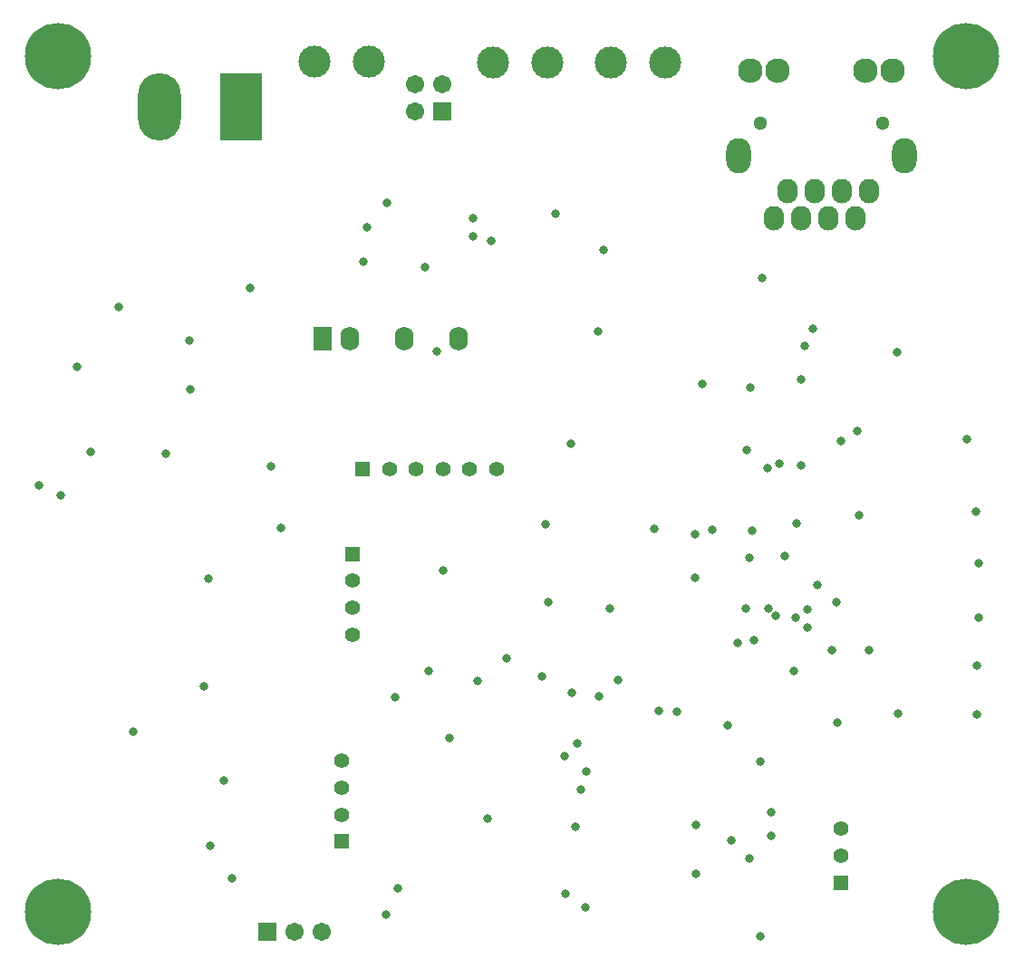
<source format=gbs>
G04*
G04 #@! TF.GenerationSoftware,Altium Limited,Altium Designer,23.0.1 (38)*
G04*
G04 Layer_Color=16711935*
%FSTAX44Y44*%
%MOMM*%
G71*
G04*
G04 #@! TF.SameCoordinates,F694FBC8-736E-493C-811D-9B4FADD6A984*
G04*
G04*
G04 #@! TF.FilePolarity,Negative*
G04*
G01*
G75*
%ADD83O,1.9000X2.3000*%
%ADD84C,2.3000*%
%ADD85O,2.3000X3.3000*%
%ADD86C,1.3000*%
%ADD87C,1.4000*%
%ADD88R,1.4000X1.4000*%
%ADD89R,4.0132X6.2992*%
%ADD90O,4.0132X6.2992*%
%ADD91C,2.9972*%
%ADD92C,1.7032*%
%ADD93R,1.7032X1.7032*%
%ADD94R,1.7272X2.2352*%
%ADD95O,1.7272X2.2352*%
%ADD96R,1.4000X1.4000*%
%ADD97C,6.2032*%
%ADD98C,0.8032*%
D83*
X008095Y007215D02*
D03*
X007841D02*
D03*
X007587D02*
D03*
X007333D02*
D03*
X007206Y006961D02*
D03*
X00746D02*
D03*
X007968D02*
D03*
X007714D02*
D03*
D84*
X0083125Y00834D02*
D03*
X0080585D02*
D03*
X0072415D02*
D03*
X0069875D02*
D03*
D85*
X0068755Y007545D02*
D03*
X0084245D02*
D03*
D86*
X0070785Y00785D02*
D03*
X0082215D02*
D03*
D87*
X00783Y00125D02*
D03*
Y001D02*
D03*
X004615Y0046175D02*
D03*
X004365D02*
D03*
X004115D02*
D03*
X003865D02*
D03*
X003615D02*
D03*
X0032725Y00357D02*
D03*
Y00332D02*
D03*
Y00307D02*
D03*
X0031675Y001385D02*
D03*
Y001635D02*
D03*
Y001885D02*
D03*
D88*
X00783Y00075D02*
D03*
X0032725Y00382D02*
D03*
X0031675Y001135D02*
D03*
D89*
X00222615Y008D02*
D03*
D90*
X00146415D02*
D03*
D91*
X002917Y0084275D02*
D03*
X003425D02*
D03*
X00568729Y00842D02*
D03*
X00619529D02*
D03*
X0050875D02*
D03*
X0045795D02*
D03*
D92*
X003856Y007956D02*
D03*
X00411Y00821D02*
D03*
X003856D02*
D03*
X002984Y00029D02*
D03*
X00273D02*
D03*
D93*
X00411Y007956D02*
D03*
X002476Y00029D02*
D03*
D94*
X0029875Y0058375D02*
D03*
D95*
X0032415D02*
D03*
X0037495D02*
D03*
X0042575D02*
D03*
D96*
X003365Y0046175D02*
D03*
D97*
X009005Y008475D02*
D03*
Y00047584D02*
D03*
X000515D02*
D03*
Y008475D02*
D03*
D98*
X009105Y00278001D02*
D03*
X00337Y0065525D02*
D03*
X00395Y006505D02*
D03*
X003595Y0071075D02*
D03*
X0067775Y00222195D02*
D03*
X00779788Y00224275D02*
D03*
X0064725Y0035979D02*
D03*
X0074575Y00464729D02*
D03*
X0072562Y00466806D02*
D03*
X00536698Y00204903D02*
D03*
X0064825Y00129D02*
D03*
X0075225Y0031375D02*
D03*
X00740767Y003225D02*
D03*
X0071575Y00331163D02*
D03*
X007224Y00324562D02*
D03*
X0074975Y005765D02*
D03*
X0073075Y003805D02*
D03*
X0056175Y006665D02*
D03*
X0045325Y00135D02*
D03*
X001945Y00109D02*
D03*
X0075725Y005925D02*
D03*
X0071Y0064D02*
D03*
X005565Y0059D02*
D03*
X0076125Y00352973D02*
D03*
X0077925Y00337D02*
D03*
X00694758Y00331163D02*
D03*
X00545Y00051885D02*
D03*
X00251Y00464D02*
D03*
X008Y00418635D02*
D03*
X00698051Y00378532D02*
D03*
X00752Y0033025D02*
D03*
X0081Y00292095D02*
D03*
X00774546D02*
D03*
X0052619Y00064674D02*
D03*
X00535455Y00127252D02*
D03*
X00567395Y00331515D02*
D03*
X0057502Y00264324D02*
D03*
X00557423Y00249223D02*
D03*
X00540515Y001618D02*
D03*
X00662832Y00404947D02*
D03*
X00647061Y00400274D02*
D03*
X00608717Y00405513D02*
D03*
X00912Y0032258D02*
D03*
X0034075Y00687682D02*
D03*
X00443807Y0026329D02*
D03*
X0047116Y0028488D02*
D03*
X0041785Y0021D02*
D03*
X0036975Y000696D02*
D03*
X0035837Y00045D02*
D03*
X00214433Y0007874D02*
D03*
X00188222Y00258D02*
D03*
X00192778Y003594D02*
D03*
X0051655Y0070025D02*
D03*
X0065407Y0054125D02*
D03*
X0051Y00337D02*
D03*
X001225Y00216D02*
D03*
X00681Y00114D02*
D03*
X0026Y004065D02*
D03*
X00152571Y00476D02*
D03*
X00739508Y00273D02*
D03*
X00702457Y00301291D02*
D03*
X00686515Y00299D02*
D03*
X00525257Y00193417D02*
D03*
X00507Y0041D02*
D03*
X00741599Y00410651D02*
D03*
X00836Y00571D02*
D03*
X00746Y00545D02*
D03*
X00699Y00538D02*
D03*
X0069575Y0047925D02*
D03*
X00798788Y00497079D02*
D03*
X00783267Y00487477D02*
D03*
X00700072Y00403812D02*
D03*
X00715036Y0046225D02*
D03*
X009125Y0037325D02*
D03*
X0090925Y00422D02*
D03*
X00629928Y00234442D02*
D03*
X006135Y0023525D02*
D03*
X00837124Y00233126D02*
D03*
X0054525Y0017875D02*
D03*
X00707698Y0018788D02*
D03*
X0053215Y00252222D02*
D03*
X00412Y003665D02*
D03*
X0043975Y0069625D02*
D03*
X0045675Y006745D02*
D03*
X0043975Y00679D02*
D03*
X00231Y0063125D02*
D03*
X00174886Y00582D02*
D03*
X0010825Y0061325D02*
D03*
X00175103Y0053585D02*
D03*
X0007Y0055725D02*
D03*
X00504Y0026775D02*
D03*
X003665Y0024775D02*
D03*
X0020684Y0017D02*
D03*
X0008275Y0047725D02*
D03*
X0005425Y0043725D02*
D03*
X0053125Y0048525D02*
D03*
X00034523Y00446D02*
D03*
X0064825Y00083381D02*
D03*
X00708298Y00025D02*
D03*
X00717844Y00118913D02*
D03*
X009105Y00232D02*
D03*
X0090075Y0048925D02*
D03*
X004055Y0057125D02*
D03*
X00697698Y00097075D02*
D03*
X0071832Y00140462D02*
D03*
X00398534Y00272542D02*
D03*
M02*

</source>
